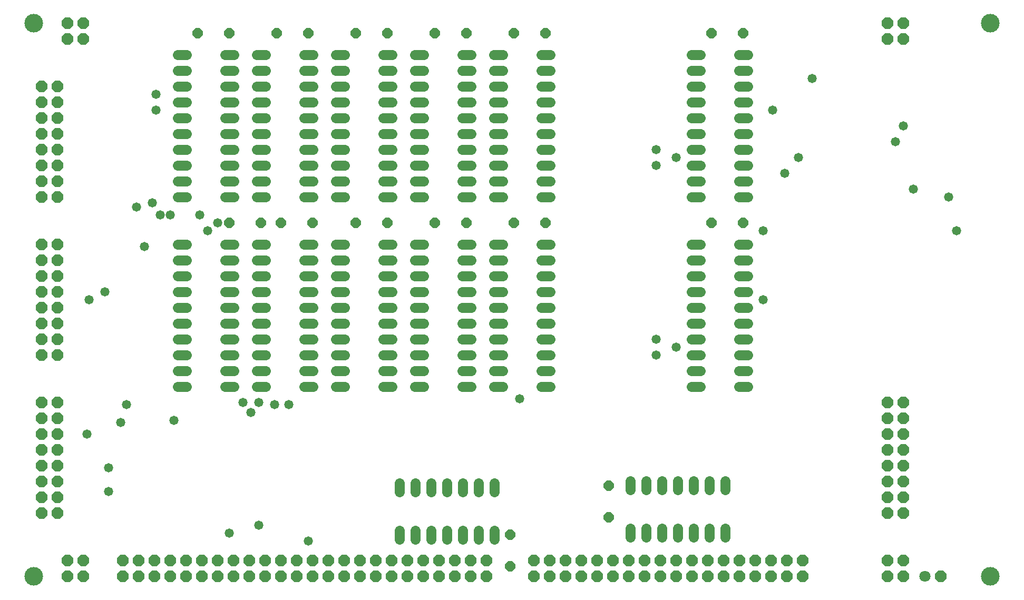
<source format=gbs>
G75*
%MOIN*%
%OFA0B0*%
%FSLAX24Y24*%
%IPPOS*%
%LPD*%
%AMOC8*
5,1,8,0,0,1.08239X$1,22.5*
%
%ADD10C,0.1180*%
%ADD11C,0.0640*%
%ADD12OC8,0.0640*%
%ADD13OC8,0.0720*%
%ADD14OC8,0.0710*%
%ADD15C,0.0710*%
%ADD16C,0.0580*%
D10*
X005265Y006265D03*
X005265Y041265D03*
X065765Y041265D03*
X065765Y006265D03*
D11*
X049015Y008735D02*
X049015Y009295D01*
X048015Y009295D02*
X048015Y008735D01*
X047015Y008735D02*
X047015Y009295D01*
X046015Y009295D02*
X046015Y008735D01*
X045015Y008735D02*
X045015Y009295D01*
X044015Y009295D02*
X044015Y008735D01*
X043015Y008735D02*
X043015Y009295D01*
X043015Y011735D02*
X043015Y012295D01*
X044015Y012295D02*
X044015Y011735D01*
X045015Y011735D02*
X045015Y012295D01*
X046015Y012295D02*
X046015Y011735D01*
X047015Y011735D02*
X047015Y012295D01*
X048015Y012295D02*
X048015Y011735D01*
X049015Y011735D02*
X049015Y012295D01*
X049860Y018265D02*
X050420Y018265D01*
X050420Y019265D02*
X049860Y019265D01*
X049860Y020265D02*
X050420Y020265D01*
X050420Y021265D02*
X049860Y021265D01*
X049860Y022265D02*
X050420Y022265D01*
X050420Y023265D02*
X049860Y023265D01*
X049860Y024265D02*
X050420Y024265D01*
X050420Y025265D02*
X049860Y025265D01*
X049860Y026265D02*
X050420Y026265D01*
X050420Y027265D02*
X049860Y027265D01*
X047420Y027265D02*
X046860Y027265D01*
X046860Y026265D02*
X047420Y026265D01*
X047420Y025265D02*
X046860Y025265D01*
X046860Y024265D02*
X047420Y024265D01*
X047420Y023265D02*
X046860Y023265D01*
X046860Y022265D02*
X047420Y022265D01*
X047420Y021265D02*
X046860Y021265D01*
X046860Y020265D02*
X047420Y020265D01*
X047420Y019265D02*
X046860Y019265D01*
X046860Y018265D02*
X047420Y018265D01*
X037920Y018265D02*
X037360Y018265D01*
X037360Y019265D02*
X037920Y019265D01*
X037920Y020265D02*
X037360Y020265D01*
X037360Y021265D02*
X037920Y021265D01*
X037920Y022265D02*
X037360Y022265D01*
X037360Y023265D02*
X037920Y023265D01*
X037920Y024265D02*
X037360Y024265D01*
X037360Y025265D02*
X037920Y025265D01*
X037920Y026265D02*
X037360Y026265D01*
X037360Y027265D02*
X037920Y027265D01*
X034920Y027265D02*
X034360Y027265D01*
X034360Y026265D02*
X034920Y026265D01*
X034920Y025265D02*
X034360Y025265D01*
X034360Y024265D02*
X034920Y024265D01*
X034920Y023265D02*
X034360Y023265D01*
X034360Y022265D02*
X034920Y022265D01*
X034920Y021265D02*
X034360Y021265D01*
X034360Y020265D02*
X034920Y020265D01*
X034920Y019265D02*
X034360Y019265D01*
X034360Y018265D02*
X034920Y018265D01*
X032920Y018265D02*
X032360Y018265D01*
X032360Y019265D02*
X032920Y019265D01*
X032920Y020265D02*
X032360Y020265D01*
X032360Y021265D02*
X032920Y021265D01*
X032920Y022265D02*
X032360Y022265D01*
X032360Y023265D02*
X032920Y023265D01*
X032920Y024265D02*
X032360Y024265D01*
X032360Y025265D02*
X032920Y025265D01*
X032920Y026265D02*
X032360Y026265D01*
X032360Y027265D02*
X032920Y027265D01*
X029920Y027265D02*
X029360Y027265D01*
X029360Y026265D02*
X029920Y026265D01*
X029920Y025265D02*
X029360Y025265D01*
X029360Y024265D02*
X029920Y024265D01*
X029920Y023265D02*
X029360Y023265D01*
X029360Y022265D02*
X029920Y022265D01*
X029920Y021265D02*
X029360Y021265D01*
X029360Y020265D02*
X029920Y020265D01*
X029920Y019265D02*
X029360Y019265D01*
X029360Y018265D02*
X029920Y018265D01*
X027920Y018265D02*
X027360Y018265D01*
X027360Y019265D02*
X027920Y019265D01*
X027920Y020265D02*
X027360Y020265D01*
X027360Y021265D02*
X027920Y021265D01*
X027920Y022265D02*
X027360Y022265D01*
X027360Y023265D02*
X027920Y023265D01*
X027920Y024265D02*
X027360Y024265D01*
X027360Y025265D02*
X027920Y025265D01*
X027920Y026265D02*
X027360Y026265D01*
X027360Y027265D02*
X027920Y027265D01*
X024920Y027265D02*
X024360Y027265D01*
X024360Y026265D02*
X024920Y026265D01*
X024920Y025265D02*
X024360Y025265D01*
X024360Y024265D02*
X024920Y024265D01*
X024920Y023265D02*
X024360Y023265D01*
X024360Y022265D02*
X024920Y022265D01*
X024920Y021265D02*
X024360Y021265D01*
X024360Y020265D02*
X024920Y020265D01*
X024920Y019265D02*
X024360Y019265D01*
X024360Y018265D02*
X024920Y018265D01*
X022920Y018265D02*
X022360Y018265D01*
X022360Y019265D02*
X022920Y019265D01*
X022920Y020265D02*
X022360Y020265D01*
X022360Y021265D02*
X022920Y021265D01*
X022920Y022265D02*
X022360Y022265D01*
X022360Y023265D02*
X022920Y023265D01*
X022920Y024265D02*
X022360Y024265D01*
X022360Y025265D02*
X022920Y025265D01*
X022920Y026265D02*
X022360Y026265D01*
X022360Y027265D02*
X022920Y027265D01*
X019920Y027265D02*
X019360Y027265D01*
X019360Y026265D02*
X019920Y026265D01*
X019920Y025265D02*
X019360Y025265D01*
X019360Y024265D02*
X019920Y024265D01*
X019920Y023265D02*
X019360Y023265D01*
X019360Y022265D02*
X019920Y022265D01*
X019920Y021265D02*
X019360Y021265D01*
X019360Y020265D02*
X019920Y020265D01*
X019920Y019265D02*
X019360Y019265D01*
X019360Y018265D02*
X019920Y018265D01*
X017920Y018265D02*
X017360Y018265D01*
X017360Y019265D02*
X017920Y019265D01*
X017920Y020265D02*
X017360Y020265D01*
X017360Y021265D02*
X017920Y021265D01*
X017920Y022265D02*
X017360Y022265D01*
X017360Y023265D02*
X017920Y023265D01*
X017920Y024265D02*
X017360Y024265D01*
X017360Y025265D02*
X017920Y025265D01*
X017920Y026265D02*
X017360Y026265D01*
X017360Y027265D02*
X017920Y027265D01*
X014920Y027265D02*
X014360Y027265D01*
X014360Y026265D02*
X014920Y026265D01*
X014920Y025265D02*
X014360Y025265D01*
X014360Y024265D02*
X014920Y024265D01*
X014920Y023265D02*
X014360Y023265D01*
X014360Y022265D02*
X014920Y022265D01*
X014920Y021265D02*
X014360Y021265D01*
X014360Y020265D02*
X014920Y020265D01*
X014920Y019265D02*
X014360Y019265D01*
X014360Y018265D02*
X014920Y018265D01*
X028390Y012170D02*
X028390Y011610D01*
X029390Y011610D02*
X029390Y012170D01*
X030390Y012170D02*
X030390Y011610D01*
X031390Y011610D02*
X031390Y012170D01*
X032390Y012170D02*
X032390Y011610D01*
X033390Y011610D02*
X033390Y012170D01*
X034390Y012170D02*
X034390Y011610D01*
X034390Y009170D02*
X034390Y008610D01*
X033390Y008610D02*
X033390Y009170D01*
X032390Y009170D02*
X032390Y008610D01*
X031390Y008610D02*
X031390Y009170D01*
X030390Y009170D02*
X030390Y008610D01*
X029390Y008610D02*
X029390Y009170D01*
X028390Y009170D02*
X028390Y008610D01*
X027920Y030265D02*
X027360Y030265D01*
X027360Y031265D02*
X027920Y031265D01*
X027920Y032265D02*
X027360Y032265D01*
X027360Y033265D02*
X027920Y033265D01*
X027920Y034265D02*
X027360Y034265D01*
X027360Y035265D02*
X027920Y035265D01*
X027920Y036265D02*
X027360Y036265D01*
X027360Y037265D02*
X027920Y037265D01*
X027920Y038265D02*
X027360Y038265D01*
X027360Y039265D02*
X027920Y039265D01*
X029360Y039265D02*
X029920Y039265D01*
X029920Y038265D02*
X029360Y038265D01*
X029360Y037265D02*
X029920Y037265D01*
X029920Y036265D02*
X029360Y036265D01*
X029360Y035265D02*
X029920Y035265D01*
X029920Y034265D02*
X029360Y034265D01*
X029360Y033265D02*
X029920Y033265D01*
X029920Y032265D02*
X029360Y032265D01*
X029360Y031265D02*
X029920Y031265D01*
X029920Y030265D02*
X029360Y030265D01*
X032360Y030265D02*
X032920Y030265D01*
X032920Y031265D02*
X032360Y031265D01*
X032360Y032265D02*
X032920Y032265D01*
X032920Y033265D02*
X032360Y033265D01*
X032360Y034265D02*
X032920Y034265D01*
X032920Y035265D02*
X032360Y035265D01*
X032360Y036265D02*
X032920Y036265D01*
X032920Y037265D02*
X032360Y037265D01*
X032360Y038265D02*
X032920Y038265D01*
X034360Y038265D02*
X034920Y038265D01*
X034920Y037265D02*
X034360Y037265D01*
X034360Y036265D02*
X034920Y036265D01*
X034920Y035265D02*
X034360Y035265D01*
X034360Y034265D02*
X034920Y034265D01*
X034920Y033265D02*
X034360Y033265D01*
X034360Y032265D02*
X034920Y032265D01*
X034920Y031265D02*
X034360Y031265D01*
X034360Y030265D02*
X034920Y030265D01*
X037360Y030265D02*
X037920Y030265D01*
X037920Y031265D02*
X037360Y031265D01*
X037360Y032265D02*
X037920Y032265D01*
X037920Y033265D02*
X037360Y033265D01*
X037360Y034265D02*
X037920Y034265D01*
X037920Y035265D02*
X037360Y035265D01*
X037360Y036265D02*
X037920Y036265D01*
X037920Y037265D02*
X037360Y037265D01*
X037360Y038265D02*
X037920Y038265D01*
X037920Y039265D02*
X037360Y039265D01*
X034920Y039265D02*
X034360Y039265D01*
X032920Y039265D02*
X032360Y039265D01*
X024920Y039265D02*
X024360Y039265D01*
X022920Y039265D02*
X022360Y039265D01*
X022360Y038265D02*
X022920Y038265D01*
X022920Y037265D02*
X022360Y037265D01*
X022360Y036265D02*
X022920Y036265D01*
X022920Y035265D02*
X022360Y035265D01*
X022360Y034265D02*
X022920Y034265D01*
X022920Y033265D02*
X022360Y033265D01*
X022360Y032265D02*
X022920Y032265D01*
X022920Y031265D02*
X022360Y031265D01*
X022360Y030265D02*
X022920Y030265D01*
X024360Y030265D02*
X024920Y030265D01*
X024920Y031265D02*
X024360Y031265D01*
X024360Y032265D02*
X024920Y032265D01*
X024920Y033265D02*
X024360Y033265D01*
X024360Y034265D02*
X024920Y034265D01*
X024920Y035265D02*
X024360Y035265D01*
X024360Y036265D02*
X024920Y036265D01*
X024920Y037265D02*
X024360Y037265D01*
X024360Y038265D02*
X024920Y038265D01*
X019920Y038265D02*
X019360Y038265D01*
X019360Y037265D02*
X019920Y037265D01*
X019920Y036265D02*
X019360Y036265D01*
X019360Y035265D02*
X019920Y035265D01*
X019920Y034265D02*
X019360Y034265D01*
X019360Y033265D02*
X019920Y033265D01*
X019920Y032265D02*
X019360Y032265D01*
X019360Y031265D02*
X019920Y031265D01*
X019920Y030265D02*
X019360Y030265D01*
X017920Y030265D02*
X017360Y030265D01*
X017360Y031265D02*
X017920Y031265D01*
X017920Y032265D02*
X017360Y032265D01*
X017360Y033265D02*
X017920Y033265D01*
X017920Y034265D02*
X017360Y034265D01*
X017360Y035265D02*
X017920Y035265D01*
X017920Y036265D02*
X017360Y036265D01*
X017360Y037265D02*
X017920Y037265D01*
X017920Y038265D02*
X017360Y038265D01*
X017360Y039265D02*
X017920Y039265D01*
X019360Y039265D02*
X019920Y039265D01*
X014920Y039265D02*
X014360Y039265D01*
X014360Y038265D02*
X014920Y038265D01*
X014920Y037265D02*
X014360Y037265D01*
X014360Y036265D02*
X014920Y036265D01*
X014920Y035265D02*
X014360Y035265D01*
X014360Y034265D02*
X014920Y034265D01*
X014920Y033265D02*
X014360Y033265D01*
X014360Y032265D02*
X014920Y032265D01*
X014920Y031265D02*
X014360Y031265D01*
X014360Y030265D02*
X014920Y030265D01*
X046860Y030265D02*
X047420Y030265D01*
X047420Y031265D02*
X046860Y031265D01*
X046860Y032265D02*
X047420Y032265D01*
X047420Y033265D02*
X046860Y033265D01*
X046860Y034265D02*
X047420Y034265D01*
X047420Y035265D02*
X046860Y035265D01*
X046860Y036265D02*
X047420Y036265D01*
X047420Y037265D02*
X046860Y037265D01*
X046860Y038265D02*
X047420Y038265D01*
X047420Y039265D02*
X046860Y039265D01*
X049860Y039265D02*
X050420Y039265D01*
X050420Y038265D02*
X049860Y038265D01*
X049860Y037265D02*
X050420Y037265D01*
X050420Y036265D02*
X049860Y036265D01*
X049860Y035265D02*
X050420Y035265D01*
X050420Y034265D02*
X049860Y034265D01*
X049860Y033265D02*
X050420Y033265D01*
X050420Y032265D02*
X049860Y032265D01*
X049860Y031265D02*
X050420Y031265D01*
X050420Y030265D02*
X049860Y030265D01*
D12*
X050140Y028640D03*
X048140Y028640D03*
X037640Y028640D03*
X035640Y028640D03*
X032640Y028640D03*
X030640Y028640D03*
X027640Y028640D03*
X025640Y028640D03*
X022890Y028640D03*
X020890Y028640D03*
X019640Y028640D03*
X017640Y028640D03*
X017640Y040640D03*
X015640Y040640D03*
X020640Y040640D03*
X022640Y040640D03*
X025640Y040640D03*
X027640Y040640D03*
X030640Y040640D03*
X032640Y040640D03*
X035640Y040640D03*
X037640Y040640D03*
X048140Y040640D03*
X050140Y040640D03*
X041640Y012015D03*
X041640Y010015D03*
X035390Y008890D03*
X035390Y006890D03*
D13*
X033890Y007265D03*
X032890Y007265D03*
X032890Y006265D03*
X033890Y006265D03*
X031890Y006265D03*
X030890Y006265D03*
X029890Y006265D03*
X029890Y007265D03*
X030890Y007265D03*
X031890Y007265D03*
X028890Y007265D03*
X027890Y007265D03*
X027890Y006265D03*
X028890Y006265D03*
X026890Y006265D03*
X025890Y006265D03*
X024890Y006265D03*
X024890Y007265D03*
X025890Y007265D03*
X026890Y007265D03*
X023890Y007265D03*
X022890Y007265D03*
X022890Y006265D03*
X023890Y006265D03*
X021890Y006265D03*
X020890Y006265D03*
X019890Y006265D03*
X019890Y007265D03*
X020890Y007265D03*
X021890Y007265D03*
X018890Y007265D03*
X017890Y007265D03*
X017890Y006265D03*
X018890Y006265D03*
X016890Y006265D03*
X015890Y006265D03*
X015890Y007265D03*
X016890Y007265D03*
X014890Y007265D03*
X013890Y007265D03*
X012890Y007265D03*
X012890Y006265D03*
X013890Y006265D03*
X014890Y006265D03*
X011890Y006265D03*
X010890Y006265D03*
X010890Y007265D03*
X011890Y007265D03*
X008390Y007265D03*
X007390Y007265D03*
X007390Y006265D03*
X008390Y006265D03*
X006765Y010265D03*
X005765Y010265D03*
X005765Y011265D03*
X006765Y011265D03*
X006765Y012265D03*
X005765Y012265D03*
X005765Y013265D03*
X006765Y013265D03*
X006765Y014265D03*
X005765Y014265D03*
X005765Y015265D03*
X006765Y015265D03*
X006765Y016265D03*
X005765Y016265D03*
X005765Y017265D03*
X006765Y017265D03*
X006765Y020265D03*
X005765Y020265D03*
X005765Y021265D03*
X006765Y021265D03*
X006765Y022265D03*
X005765Y022265D03*
X005765Y023265D03*
X006765Y023265D03*
X006765Y024265D03*
X005765Y024265D03*
X005765Y025265D03*
X006765Y025265D03*
X006765Y026265D03*
X005765Y026265D03*
X005765Y027265D03*
X006765Y027265D03*
X006765Y030265D03*
X005765Y030265D03*
X005765Y031265D03*
X006765Y031265D03*
X006765Y032265D03*
X005765Y032265D03*
X005765Y033265D03*
X006765Y033265D03*
X006765Y034265D03*
X005765Y034265D03*
X005765Y035265D03*
X006765Y035265D03*
X006765Y036265D03*
X005765Y036265D03*
X005765Y037265D03*
X006765Y037265D03*
X007390Y040265D03*
X008390Y040265D03*
X008390Y041265D03*
X007390Y041265D03*
X036890Y007265D03*
X037890Y007265D03*
X038890Y007265D03*
X038890Y006265D03*
X037890Y006265D03*
X036890Y006265D03*
X039890Y006265D03*
X040890Y006265D03*
X040890Y007265D03*
X039890Y007265D03*
X041890Y007265D03*
X042890Y007265D03*
X043890Y007265D03*
X043890Y006265D03*
X042890Y006265D03*
X041890Y006265D03*
X044890Y006265D03*
X045890Y006265D03*
X045890Y007265D03*
X044890Y007265D03*
X046890Y007265D03*
X047890Y007265D03*
X048890Y007265D03*
X048890Y006265D03*
X047890Y006265D03*
X046890Y006265D03*
X049890Y006265D03*
X050890Y006265D03*
X050890Y007265D03*
X049890Y007265D03*
X051890Y007265D03*
X052890Y007265D03*
X052890Y006265D03*
X051890Y006265D03*
X053890Y006265D03*
X053890Y007265D03*
X059265Y007265D03*
X060265Y007265D03*
X060265Y006265D03*
X059265Y006265D03*
X059265Y010265D03*
X060265Y010265D03*
X060265Y011265D03*
X059265Y011265D03*
X059265Y012265D03*
X060265Y012265D03*
X060265Y013265D03*
X059265Y013265D03*
X059265Y014265D03*
X060265Y014265D03*
X060265Y015265D03*
X059265Y015265D03*
X059265Y016265D03*
X060265Y016265D03*
X060265Y017265D03*
X059265Y017265D03*
X059265Y040265D03*
X060265Y040265D03*
X060265Y041265D03*
X059265Y041265D03*
D14*
X062640Y006265D03*
D15*
X061640Y006265D03*
D16*
X044640Y020265D03*
X044640Y021265D03*
X045890Y020765D03*
X051390Y023765D03*
X051390Y028140D03*
X052765Y031765D03*
X053640Y032765D03*
X052015Y035765D03*
X054515Y037765D03*
X060265Y034765D03*
X059765Y033765D03*
X060890Y030765D03*
X063140Y030265D03*
X063640Y028140D03*
X045890Y032765D03*
X044640Y032265D03*
X044640Y033265D03*
X036015Y017515D03*
X022640Y008515D03*
X019515Y009515D03*
X017640Y009015D03*
X010015Y011640D03*
X010015Y013140D03*
X008640Y015265D03*
X010765Y016015D03*
X011140Y017140D03*
X014140Y016140D03*
X018515Y017265D03*
X019015Y016640D03*
X019515Y017265D03*
X020515Y017140D03*
X021390Y017140D03*
X009765Y024265D03*
X008765Y023765D03*
X012265Y027140D03*
X013265Y029140D03*
X013890Y029140D03*
X012765Y029890D03*
X011765Y029640D03*
X015765Y029140D03*
X016890Y028640D03*
X016265Y028140D03*
X013015Y035765D03*
X013015Y036765D03*
M02*

</source>
